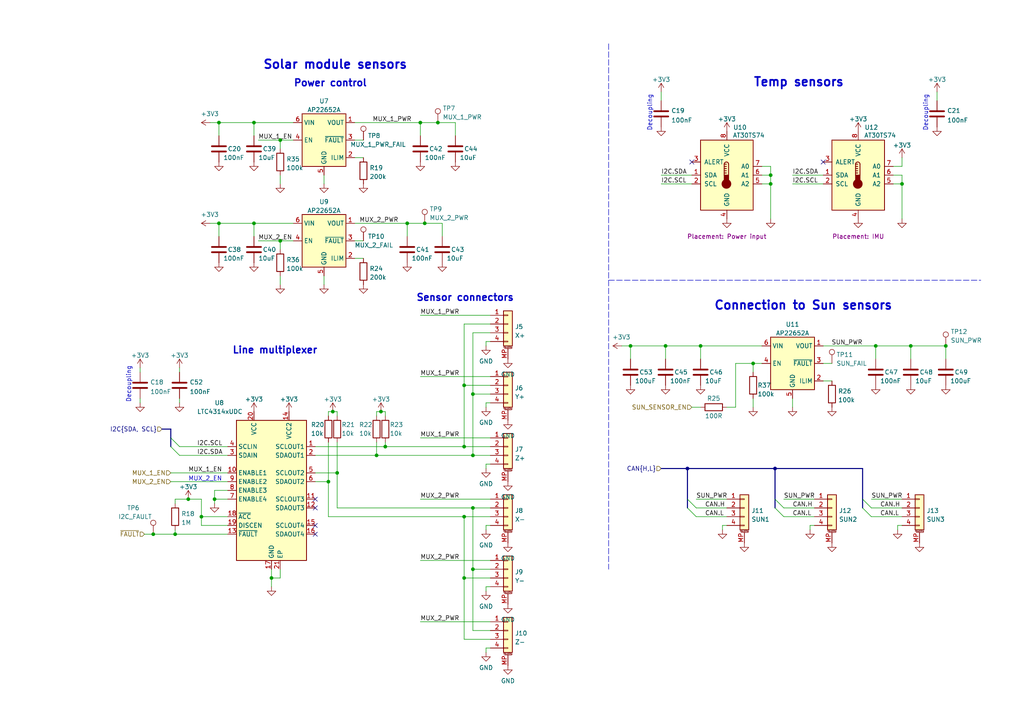
<source format=kicad_sch>
(kicad_sch (version 20211123) (generator eeschema)
  (paper "A4")
  (title_block (title "BUTCube - Flight controller") (date "2022-03-11") (rev "v1.0") (comment 1 "Author: Petr Malaník"))
  (lib_symbols
    (symbol "Connector:TestPoint" (pin_numbers hide) (pin_names (offset 0.762) hide)
      (property "Reference" "TP" (at 0 6.858 0))
      (property "Value" "TestPoint" (at 0 5.08 0))
      (symbol "TestPoint_0_1"
        (circle (center 0 3.302) (radius 0.762))
      )
      (symbol "TestPoint_1_1"
        (pin passive line (at 0 0 90) (length 2.54) (name "1") (number "1"))
      )
    )
    (symbol "Connector_Generic_MountingPin:Conn_01x04_MountingPin" (pin_names (offset 1.016) hide)
      (property "Reference" "J" (at 0 5.08 0))
      (property "Value" "Conn_01x04_MountingPin" (at 1.27 -7.62 0))
      (symbol "Conn_01x04_MountingPin_1_1"
        (rectangle (start -1.27 -4.953) (end 0 -5.207) (stroke (width 0.1524)))
        (rectangle (start -1.27 -2.413) (end 0 -2.667) (stroke (width 0.1524)))
        (rectangle (start -1.27 0.127) (end 0 -0.127) (stroke (width 0.1524)))
        (rectangle (start -1.27 2.667) (end 0 2.413) (stroke (width 0.1524)))
        (rectangle (start -1.27 3.81) (end 1.27 -6.35) (stroke (width 0.254)) (fill (type background)))
        (polyline (pts (xy -1.016 -7.112) (xy 1.016 -7.112)) (stroke (width 0.1524)))
        (text "Mounting" (at 0 -6.731 0) (effects (font (size 0.381 0.381))))
        (pin passive line (at -5.08 2.54 0) (length 3.81) (name "Pin_1") (number "1"))
        (pin passive line (at -5.08 0 0) (length 3.81) (name "Pin_2") (number "2"))
        (pin passive line (at -5.08 -2.54 0) (length 3.81) (name "Pin_3") (number "3"))
        (pin passive line (at -5.08 -5.08 0) (length 3.81) (name "Pin_4") (number "4"))
        (pin passive line (at 0 -10.16 90) (length 3.048) (name "MountPin") (number "MP"))
      )
    )
    (symbol "Device:C" (pin_numbers hide) (pin_names (offset 0.254))
      (property "Reference" "C" (at 0.635 2.54 0))
      (property "Value" "C" (at 0.635 -2.54 0))
      (symbol "C_0_1"
        (polyline (pts (xy -2.032 -0.762) (xy 2.032 -0.762)) (stroke (width 0.508)))
        (polyline (pts (xy -2.032 0.762) (xy 2.032 0.762)) (stroke (width 0.508)))
      )
      (symbol "C_1_1"
        (pin passive line (at 0 3.81 270) (length 2.794) (name "~") (number "1"))
        (pin passive line (at 0 -3.81 90) (length 2.794) (name "~") (number "2"))
      )
    )
    (symbol "Device:R" (pin_numbers hide) (pin_names (offset 0))
      (property "Reference" "R" (at 2.032 0 90))
      (property "Value" "R" (at 0 0 90))
      (symbol "R_0_1"
        (rectangle (start -1.016 -2.54) (end 1.016 2.54) (stroke (width 0.254)))
      )
      (symbol "R_1_1"
        (pin passive line (at 0 3.81 270) (length 1.27) (name "~") (number "1"))
        (pin passive line (at 0 -3.81 90) (length 1.27) (name "~") (number "2"))
      )
    )
    (symbol "Interface_Expansion:LTC4314xUDC"
      (property "Reference" "U" (at -8.89 21.59 0))
      (property "Value" "LTC4314xUDC" (at 11.43 -20.32 0))
      (symbol "LTC4314xUDC_0_0"
        (pin bidirectional line (at 12.7 12.7 180) (length 2.54) (name "SCLOUT1") (number "1"))
      )
      (symbol "LTC4314xUDC_0_1"
        (rectangle (start -10.16 20.32) (end 10.16 -20.32) (stroke (width 0.254)) (fill (type background)))
      )
      (symbol "LTC4314xUDC_1_1"
        (pin input line (at -12.7 5.08 0) (length 2.54) (name "ENABLE1") (number "10"))
        (pin bidirectional line (at 12.7 -2.54 180) (length 2.54) (name "SCLOUT3") (number "11"))
        (pin bidirectional line (at 12.7 -5.08 180) (length 2.54) (name "SDAOUT3") (number "12"))
        (pin open_collector line (at -12.7 -12.7 0) (length 2.54) (name "~{FAULT}") (number "13"))
        (pin power_in line (at 5.08 22.86 270) (length 2.54) (name "VCC2") (number "14"))
        (pin bidirectional line (at 12.7 -10.16 180) (length 2.54) (name "SCLOUT4") (number "15"))
        (pin bidirectional line (at 12.7 -12.7 180) (length 2.54) (name "SDAOUT4") (number "16"))
        (pin power_in line (at 0 -22.86 90) (length 2.54) (name "GND") (number "17"))
        (pin input line (at -12.7 -7.62 0) (length 2.54) (name "~{ACC}") (number "18"))
        (pin input line (at -12.7 -10.16 0) (length 2.54) (name "DISCEN") (number "19"))
        (pin bidirectional line (at 12.7 10.16 180) (length 2.54) (name "SDAOUT1") (number "2"))
        (pin power_in line (at -5.08 22.86 270) (length 2.54) (name "VCC") (number "20"))
        (pin passive line (at 2.54 -22.86 90) (length 2.54) (name "EP") (number "21"))
        (pin bidirectional line (at -12.7 10.16 0) (length 2.54) (name "SDAIN") (number "3"))
        (pin bidirectional line (at -12.7 12.7 0) (length 2.54) (name "SCLIN") (number "4"))
        (pin bidirectional line (at 12.7 5.08 180) (length 2.54) (name "SCLOUT2") (number "5"))
        (pin bidirectional line (at 12.7 2.54 180) (length 2.54) (name "SDAOUT2") (number "6"))
        (pin input line (at -12.7 -2.54 0) (length 2.54) (name "ENABLE4") (number "7"))
        (pin input line (at -12.7 0 0) (length 2.54) (name "ENABLE3") (number "8"))
        (pin input line (at -12.7 2.54 0) (length 2.54) (name "ENABLE2") (number "9"))
      )
    )
    (symbol "TCY_power_management:AP22653"
      (property "Reference" "U" (at 8.89 7.62 0))
      (property "Value" "AP22653" (at 0 7.62 0))
      (symbol "AP22653_0_1"
        (rectangle (start -6.35 5.08) (end 6.35 -10.16) (stroke (width 0.254)) (fill (type background)))
      )
      (symbol "AP22653_1_1"
        (pin power_out line (at 8.89 2.54 180) (length 2.54) (name "VOUT") (number "1"))
        (pin passive line (at 8.89 -7.62 180) (length 2.54) (name "ILIM") (number "2"))
        (pin output line (at 8.89 -2.54 180) (length 2.54) (name "~{FAULT}") (number "3"))
        (pin input line (at -8.89 -2.54 0) (length 2.54) (name "EN") (number "4"))
        (pin passive line (at 0 -12.7 90) (length 2.54) (name "GND") (number "5"))
        (pin power_in line (at -8.89 2.54 0) (length 2.54) (name "VIN") (number "6"))
        (pin passive line (at 0 -12.7 90) (length 2.54) hide (name "E_PAD") (number "7"))
      )
    )
    (symbol "TCY_sensors:AT30TS74" (pin_names (offset 1.016))
      (property "Reference" "U" (at -6.35 11.43 0))
      (property "Value" "AT30TS74" (at 0 11.43 0))
      (symbol "AT30TS74_0_1"
        (rectangle (start -7.62 10.16) (end 7.62 -10.16) (stroke (width 0.254)) (fill (type background)))
        (circle (center -0.127 -2.54) (radius 1.27) (stroke (width 0.254)) (fill (type outline)))
        (polyline (pts (xy -0.762 0.635) (xy -0.127 0.635)) (stroke (width 0.254)))
        (polyline (pts (xy -0.762 1.27) (xy -0.127 1.27)) (stroke (width 0.254)))
        (polyline (pts (xy -0.762 1.905) (xy -0.127 1.905)) (stroke (width 0.254)))
        (polyline (pts (xy -0.762 2.54) (xy -0.127 2.54)) (stroke (width 0.254)))
        (polyline (pts (xy -0.762 3.175) (xy -0.762 0)) (stroke (width 0.254)))
        (polyline (pts (xy -0.762 3.175) (xy -0.127 3.175)) (stroke (width 0.254)))
        (polyline (pts (xy 0.508 3.175) (xy 0.508 0)) (stroke (width 0.254)))
        (rectangle (start 0.508 -1.905) (end -0.762 0) (stroke (width 0.254)) (fill (type outline)))
        (arc (start 0.508 3.175) (mid -0.127 3.81) (end -0.762 3.175) (stroke (width 0.254)))
      )
      (symbol "AT30TS74_1_1"
        (pin bidirectional line (at -10.16 0 0) (length 2.54) (name "SDA") (number "1"))
        (pin input line (at -10.16 -2.54 0) (length 2.54) (name "SCL") (number "2"))
        (pin open_collector line (at -10.16 3.81 0) (length 2.54) (name "ALERT") (number "3"))
        (pin power_in line (at 0 -12.7 90) (length 2.54) (name "GND") (number "4"))
        (pin input line (at 10.16 -2.54 180) (length 2.54) (name "A2") (number "5"))
        (pin input line (at 10.16 0 180) (length 2.54) (name "A1") (number "6"))
        (pin input line (at 10.16 2.54 180) (length 2.54) (name "A0") (number "7"))
        (pin power_in line (at 0 12.7 270) (length 2.54) (name "VCC") (number "8"))
        (pin power_in line (at 0 -12.7 90) (length 2.54) hide (name "GND") (number "9"))
      )
    )
    (symbol "power:+3.3V" (power) (pin_names (offset 0))
      (property "Value" "+3.3V" (at 0 3.556 0))
      (symbol "+3.3V_0_1"
        (polyline (pts (xy -0.762 1.27) (xy 0 2.54)))
        (polyline (pts (xy 0 0) (xy 0 2.54)))
        (polyline (pts (xy 0 2.54) (xy 0.762 1.27)))
      )
      (symbol "+3.3V_1_1"
        (pin power_in line (at 0 0 90) (length 0) hide (name "+3V3") (number "1"))
      )
    )
    (symbol "power:+3V3" (power) (pin_names (offset 0))
      (property "Value" "+3V3" (at 0 3.556 0))
      (symbol "+3V3_0_1"
        (polyline (pts (xy -0.762 1.27) (xy 0 2.54)))
        (polyline (pts (xy 0 0) (xy 0 2.54)))
        (polyline (pts (xy 0 2.54) (xy 0.762 1.27)))
      )
      (symbol "+3V3_1_1"
        (pin power_in line (at 0 0 90) (length 0) hide (name "+3V3") (number "1"))
      )
    )
    (symbol "power:GND" (power) (pin_names (offset 0))
      (property "Value" "GND" (at 0 -3.81 0))
      (symbol "GND_0_1"
        (polyline (pts (xy 0 0) (xy 0 -1.27) (xy 1.27 -1.27) (xy 0 -2.54) (xy -1.27 -1.27) (xy 0 -1.27)))
      )
      (symbol "GND_1_1"
        (pin power_in line (at 0 0 270) (length 0) hide (name "GND") (number "1"))
      )
    )
  )
  (junction (at 264.16 100.33))
  (junction (at 96.52 119.38))
  (junction (at 78.74 167.64))
  (junction (at 127 35.56))
  (junction (at 44.45 154.94))
  (junction (at 137.16 165.1))
  (junction (at 81.28 69.85))
  (junction (at 137.16 114.3))
  (junction (at 110.49 119.38))
  (junction (at 81.28 40.64))
  (junction (at 123.19 64.77))
  (junction (at 111.76 129.54))
  (junction (at 134.62 129.54))
  (junction (at 63.5 64.77))
  (junction (at 203.2 100.33))
  (junction (at 118.11 64.77))
  (junction (at 97.79 137.16))
  (junction (at 218.44 105.41))
  (junction (at 63.5 35.56))
  (junction (at 199.39 135.89))
  (junction (at 54.61 144.78))
  (junction (at 261.62 53.34))
  (junction (at 254 100.33))
  (junction (at 73.66 35.56))
  (junction (at 73.66 64.77))
  (junction (at 224.79 135.89))
  (junction (at 62.23 144.78))
  (junction (at 134.62 111.76))
  (junction (at 193.04 100.33))
  (junction (at 109.22 132.08))
  (junction (at 137.16 147.32))
  (junction (at 223.52 53.34))
  (junction (at 121.92 35.56))
  (junction (at 50.8 154.94))
  (junction (at 95.25 139.7))
  (junction (at 134.62 149.86))
  (junction (at 274.32 100.33))
  (junction (at 58.42 149.86))
  (junction (at 137.16 132.08))
  (junction (at 182.88 100.33))
  (junction (at 223.52 50.8))
  (junction (at 134.62 167.64))
  (no_connect (at 91.44 147.32))
  (no_connect (at 91.44 152.4))
  (no_connect (at 91.44 144.78))
  (no_connect (at 200.66 46.99))
  (no_connect (at 91.44 154.94))
  (no_connect (at 238.76 46.99))
  (bus_entry (at 49.53 127) (size 2.54 2.54))
  (bus_entry (at 224.79 147.32) (size 2.54 2.54))
  (bus_entry (at 250.19 144.78) (size 2.54 2.54))
  (bus_entry (at 49.53 129.54) (size 2.54 2.54))
  (bus_entry (at 199.39 147.32) (size 2.54 2.54))
  (bus_entry (at 250.19 147.32) (size 2.54 2.54))
  (bus_entry (at 224.79 144.78) (size 2.54 2.54))
  (bus_entry (at 199.39 144.78) (size 2.54 2.54))
  (wire (pts (xy 218.44 105.41) (xy 220.98 105.41)))
  (wire (pts (xy 201.93 147.32) (xy 210.82 147.32)))
  (wire (pts (xy 41.91 154.94) (xy 44.45 154.94)))
  (wire (pts (xy 123.19 64.77) (xy 118.11 64.77)))
  (wire (pts (xy 111.76 119.38) (xy 110.49 119.38)))
  (wire (pts (xy 218.44 105.41) (xy 218.44 107.95)))
  (wire (pts (xy 238.76 105.41) (xy 241.3 105.41)))
  (wire (pts (xy 140.97 99.06) (xy 142.24 99.06)))
  (wire (pts (xy 140.97 152.4) (xy 142.24 152.4)))
  (wire (pts (xy 109.22 132.08) (xy 137.16 132.08)))
  (wire (pts (xy 49.53 139.7) (xy 66.04 139.7)))
  (wire (pts (xy 254 100.33) (xy 254 104.14)))
  (wire (pts (xy 102.87 35.56) (xy 121.92 35.56)))
  (wire (pts (xy 74.93 69.85) (xy 81.28 69.85)))
  (wire (pts (xy 137.16 132.08) (xy 142.24 132.08)))
  (wire (pts (xy 213.36 118.11) (xy 213.36 105.41)))
  (wire (pts (xy 261.62 53.34) (xy 261.62 50.8)))
  (wire (pts (xy 121.92 35.56) (xy 121.92 39.37)))
  (wire (pts (xy 62.23 144.78) (xy 62.23 146.05)))
  (wire (pts (xy 209.55 152.4) (xy 210.82 152.4)))
  (wire (pts (xy 97.79 147.32) (xy 97.79 137.16)))
  (wire (pts (xy 102.87 45.72) (xy 105.41 45.72)))
  (wire (pts (xy 63.5 35.56) (xy 63.5 39.37)))
  (wire (pts (xy 210.82 118.11) (xy 213.36 118.11)))
  (wire (pts (xy 95.25 120.65) (xy 95.25 119.38)))
  (wire (pts (xy 121.92 144.78) (xy 142.24 144.78)))
  (wire (pts (xy 261.62 53.34) (xy 261.62 63.5)))
  (bus (pts (xy 46.99 124.46) (xy 49.53 124.46)))
  (wire (pts (xy 102.87 74.93) (xy 105.41 74.93)))
  (wire (pts (xy 259.08 53.34) (xy 261.62 53.34)))
  (wire (pts (xy 238.76 100.33) (xy 254 100.33)))
  (wire (pts (xy 180.34 100.33) (xy 182.88 100.33)))
  (wire (pts (xy 252.73 149.86) (xy 261.62 149.86)))
  (wire (pts (xy 134.62 185.42) (xy 142.24 185.42)))
  (wire (pts (xy 134.62 167.64) (xy 142.24 167.64)))
  (wire (pts (xy 137.16 114.3) (xy 142.24 114.3)))
  (bus (pts (xy 250.19 144.78) (xy 250.19 147.32)))
  (wire (pts (xy 201.93 144.78) (xy 210.82 144.78)))
  (wire (pts (xy 58.42 152.4) (xy 58.42 149.86)))
  (wire (pts (xy 260.35 152.4) (xy 261.62 152.4)))
  (wire (pts (xy 109.22 120.65) (xy 109.22 119.38)))
  (wire (pts (xy 234.95 152.4) (xy 236.22 152.4)))
  (wire (pts (xy 52.07 129.54) (xy 66.04 129.54)))
  (wire (pts (xy 91.44 129.54) (xy 111.76 129.54)))
  (wire (pts (xy 111.76 128.27) (xy 111.76 129.54)))
  (polyline (pts (xy 176.53 12.7) (xy 176.53 165.1)))
  (wire (pts (xy 121.92 127) (xy 142.24 127)))
  (wire (pts (xy 140.97 170.18) (xy 142.24 170.18)))
  (wire (pts (xy 227.33 144.78) (xy 236.22 144.78)))
  (wire (pts (xy 95.25 119.38) (xy 96.52 119.38)))
  (wire (pts (xy 223.52 48.26) (xy 220.98 48.26)))
  (wire (pts (xy 227.33 149.86) (xy 236.22 149.86)))
  (wire (pts (xy 109.22 128.27) (xy 109.22 132.08)))
  (wire (pts (xy 73.66 39.37) (xy 73.66 35.56)))
  (wire (pts (xy 93.98 50.8) (xy 93.98 53.34)))
  (wire (pts (xy 63.5 35.56) (xy 73.66 35.56)))
  (wire (pts (xy 137.16 182.88) (xy 142.24 182.88)))
  (wire (pts (xy 137.16 114.3) (xy 137.16 132.08)))
  (wire (pts (xy 127 35.56) (xy 132.08 35.56)))
  (wire (pts (xy 121.92 91.44) (xy 142.24 91.44)))
  (wire (pts (xy 95.25 128.27) (xy 95.25 139.7)))
  (wire (pts (xy 73.66 68.58) (xy 73.66 64.77)))
  (wire (pts (xy 81.28 50.8) (xy 81.28 53.34)))
  (wire (pts (xy 134.62 93.98) (xy 142.24 93.98)))
  (wire (pts (xy 52.07 106.68) (xy 52.07 107.95)))
  (wire (pts (xy 63.5 64.77) (xy 73.66 64.77)))
  (wire (pts (xy 140.97 100.33) (xy 140.97 99.06)))
  (wire (pts (xy 66.04 152.4) (xy 58.42 152.4)))
  (bus (pts (xy 49.53 124.46) (xy 49.53 127)))
  (wire (pts (xy 91.44 137.16) (xy 97.79 137.16)))
  (wire (pts (xy 191.77 26.67) (xy 191.77 29.21)))
  (wire (pts (xy 137.16 147.32) (xy 97.79 147.32)))
  (wire (pts (xy 102.87 69.85) (xy 105.41 69.85)))
  (bus (pts (xy 224.79 135.89) (xy 224.79 144.78)))
  (wire (pts (xy 49.53 137.16) (xy 66.04 137.16)))
  (wire (pts (xy 40.64 106.68) (xy 40.64 107.95)))
  (wire (pts (xy 96.52 119.38) (xy 97.79 119.38)))
  (wire (pts (xy 134.62 149.86) (xy 95.25 149.86)))
  (wire (pts (xy 78.74 165.1) (xy 78.74 167.64)))
  (wire (pts (xy 73.66 64.77) (xy 85.09 64.77)))
  (bus (pts (xy 199.39 144.78) (xy 199.39 147.32)))
  (wire (pts (xy 200.66 53.34) (xy 191.77 53.34)))
  (wire (pts (xy 63.5 64.77) (xy 63.5 68.58)))
  (bus (pts (xy 199.39 135.89) (xy 224.79 135.89)))
  (wire (pts (xy 44.45 154.94) (xy 50.8 154.94)))
  (wire (pts (xy 102.87 64.77) (xy 118.11 64.77)))
  (wire (pts (xy 91.44 132.08) (xy 109.22 132.08)))
  (wire (pts (xy 50.8 144.78) (xy 54.61 144.78)))
  (wire (pts (xy 40.64 115.57) (xy 40.64 116.84)))
  (wire (pts (xy 261.62 45.72) (xy 261.62 48.26)))
  (wire (pts (xy 128.27 68.58) (xy 128.27 64.77)))
  (wire (pts (xy 193.04 100.33) (xy 203.2 100.33)))
  (wire (pts (xy 227.33 147.32) (xy 236.22 147.32)))
  (wire (pts (xy 140.97 134.62) (xy 142.24 134.62)))
  (wire (pts (xy 140.97 187.96) (xy 142.24 187.96)))
  (wire (pts (xy 95.25 149.86) (xy 95.25 139.7)))
  (bus (pts (xy 199.39 135.89) (xy 199.39 144.78)))
  (wire (pts (xy 254 100.33) (xy 264.16 100.33)))
  (wire (pts (xy 140.97 118.11) (xy 140.97 116.84)))
  (wire (pts (xy 97.79 128.27) (xy 97.79 137.16)))
  (wire (pts (xy 134.62 149.86) (xy 142.24 149.86)))
  (wire (pts (xy 213.36 105.41) (xy 218.44 105.41)))
  (wire (pts (xy 140.97 189.23) (xy 140.97 187.96)))
  (wire (pts (xy 93.98 80.01) (xy 93.98 82.55)))
  (wire (pts (xy 223.52 50.8) (xy 223.52 48.26)))
  (wire (pts (xy 123.19 64.77) (xy 128.27 64.77)))
  (wire (pts (xy 134.62 149.86) (xy 134.62 167.64)))
  (wire (pts (xy 201.93 149.86) (xy 210.82 149.86)))
  (wire (pts (xy 74.93 40.64) (xy 81.28 40.64)))
  (wire (pts (xy 134.62 111.76) (xy 134.62 129.54)))
  (wire (pts (xy 134.62 167.64) (xy 134.62 185.42)))
  (bus (pts (xy 250.19 135.89) (xy 250.19 144.78)))
  (wire (pts (xy 209.55 153.67) (xy 209.55 152.4)))
  (wire (pts (xy 78.74 167.64) (xy 78.74 170.18)))
  (wire (pts (xy 91.44 139.7) (xy 95.25 139.7)))
  (wire (pts (xy 238.76 50.8) (xy 229.87 50.8)))
  (wire (pts (xy 200.66 50.8) (xy 191.77 50.8)))
  (wire (pts (xy 62.23 142.24) (xy 62.23 144.78)))
  (wire (pts (xy 193.04 100.33) (xy 193.04 104.14)))
  (wire (pts (xy 52.07 132.08) (xy 66.04 132.08)))
  (wire (pts (xy 121.92 180.34) (xy 142.24 180.34)))
  (wire (pts (xy 97.79 119.38) (xy 97.79 120.65)))
  (wire (pts (xy 261.62 48.26) (xy 259.08 48.26)))
  (wire (pts (xy 218.44 115.57) (xy 218.44 118.11)))
  (wire (pts (xy 50.8 153.67) (xy 50.8 154.94)))
  (wire (pts (xy 109.22 119.38) (xy 110.49 119.38)))
  (wire (pts (xy 271.78 26.67) (xy 271.78 29.21)))
  (wire (pts (xy 62.23 144.78) (xy 66.04 144.78)))
  (wire (pts (xy 140.97 171.45) (xy 140.97 170.18)))
  (wire (pts (xy 121.92 35.56) (xy 127 35.56)))
  (wire (pts (xy 259.08 50.8) (xy 261.62 50.8)))
  (wire (pts (xy 182.88 104.14) (xy 182.88 100.33)))
  (wire (pts (xy 137.16 147.32) (xy 142.24 147.32)))
  (wire (pts (xy 264.16 104.14) (xy 264.16 100.33)))
  (wire (pts (xy 137.16 96.52) (xy 137.16 114.3)))
  (wire (pts (xy 81.28 167.64) (xy 78.74 167.64)))
  (wire (pts (xy 54.61 144.78) (xy 58.42 144.78)))
  (wire (pts (xy 58.42 144.78) (xy 58.42 149.86)))
  (wire (pts (xy 111.76 129.54) (xy 134.62 129.54)))
  (wire (pts (xy 238.76 53.34) (xy 229.87 53.34)))
  (wire (pts (xy 140.97 116.84) (xy 142.24 116.84)))
  (wire (pts (xy 132.08 39.37) (xy 132.08 35.56)))
  (wire (pts (xy 60.96 64.77) (xy 63.5 64.77)))
  (wire (pts (xy 223.52 53.34) (xy 223.52 63.5)))
  (wire (pts (xy 137.16 165.1) (xy 142.24 165.1)))
  (bus (pts (xy 224.79 135.89) (xy 250.19 135.89)))
  (wire (pts (xy 229.87 115.57) (xy 229.87 118.11)))
  (polyline (pts (xy 176.53 81.28) (xy 284.48 81.28)))
  (wire (pts (xy 260.35 153.67) (xy 260.35 152.4)))
  (wire (pts (xy 102.87 40.64) (xy 105.41 40.64)))
  (wire (pts (xy 81.28 40.64) (xy 85.09 40.64)))
  (wire (pts (xy 52.07 115.57) (xy 52.07 116.84)))
  (wire (pts (xy 238.76 110.49) (xy 241.3 110.49)))
  (wire (pts (xy 121.92 162.56) (xy 142.24 162.56)))
  (wire (pts (xy 118.11 64.77) (xy 118.11 68.58)))
  (wire (pts (xy 252.73 147.32) (xy 261.62 147.32)))
  (wire (pts (xy 140.97 135.89) (xy 140.97 134.62)))
  (wire (pts (xy 50.8 146.05) (xy 50.8 144.78)))
  (wire (pts (xy 73.66 35.56) (xy 85.09 35.56)))
  (wire (pts (xy 81.28 165.1) (xy 81.28 167.64)))
  (wire (pts (xy 66.04 149.86) (xy 58.42 149.86)))
  (wire (pts (xy 182.88 100.33) (xy 193.04 100.33)))
  (wire (pts (xy 81.28 69.85) (xy 81.28 72.39)))
  (wire (pts (xy 134.62 93.98) (xy 134.62 111.76)))
  (bus (pts (xy 191.77 135.89) (xy 199.39 135.89)))
  (wire (pts (xy 203.2 100.33) (xy 220.98 100.33)))
  (wire (pts (xy 140.97 153.67) (xy 140.97 152.4)))
  (wire (pts (xy 137.16 165.1) (xy 137.16 147.32)))
  (wire (pts (xy 134.62 111.76) (xy 142.24 111.76)))
  (wire (pts (xy 50.8 154.94) (xy 66.04 154.94)))
  (wire (pts (xy 252.73 144.78) (xy 261.62 144.78)))
  (wire (pts (xy 234.95 153.67) (xy 234.95 152.4)))
  (wire (pts (xy 81.28 69.85) (xy 85.09 69.85)))
  (bus (pts (xy 224.79 144.78) (xy 224.79 147.32)))
  (wire (pts (xy 220.98 53.34) (xy 223.52 53.34)))
  (wire (pts (xy 223.52 53.34) (xy 223.52 50.8)))
  (wire (pts (xy 203.2 104.14) (xy 203.2 100.33)))
  (wire (pts (xy 66.04 142.24) (xy 62.23 142.24)))
  (wire (pts (xy 60.96 35.56) (xy 63.5 35.56)))
  (wire (pts (xy 200.66 118.11) (xy 203.2 118.11)))
  (wire (pts (xy 111.76 120.65) (xy 111.76 119.38)))
  (wire (pts (xy 137.16 96.52) (xy 142.24 96.52)))
  (wire (pts (xy 134.62 129.54) (xy 142.24 129.54)))
  (wire (pts (xy 264.16 100.33) (xy 274.32 100.33)))
  (wire (pts (xy 81.28 80.01) (xy 81.28 82.55)))
  (wire (pts (xy 274.32 104.14) (xy 274.32 100.33)))
  (wire (pts (xy 137.16 182.88) (xy 137.16 165.1)))
  (wire (pts (xy 81.28 40.64) (xy 81.28 43.18)))
  (wire (pts (xy 121.92 109.22) (xy 142.24 109.22)))
  (wire (pts (xy 220.98 50.8) (xy 223.52 50.8)))
  (bus (pts (xy 49.53 127) (xy 49.53 129.54)))
  (text "Decoupling" (at 38.1 116.84 90) (effects (font (size 1.27 1.27)) (justify left bottom)))
  (text "Sensor connectors" (at 120.65 87.63 0) (effects (font (size 2 2) (thickness 0.4) bold) (justify left bottom)))
  (text "Connection to Sun sensors" (at 207.01 90.17 0) (effects (font (size 2.5 2.5) (thickness 0.5) bold) (justify left bottom)))
  (text "Decoupling" (at 269.24 38.1 90) (effects (font (size 1.27 1.27)) (justify left bottom)))
  (text "MUX_2_EN" (at 54.61 139.7 0) (effects (font (size 1.27 1.27)) (justify left bottom)))
  (text "Power control" (at 85.09 25.4 0) (effects (font (size 2 2) bold) (justify left bottom)))
  (text "Line multiplexer" (at 67.31 102.87 0) (effects (font (size 2 2) bold) (justify left bottom)))
  (text "Decoupling" (at 189.23 38.1 90) (effects (font (size 1.27 1.27)) (justify left bottom)))
  (text "Temp sensors" (at 218.44 25.4 0) (effects (font (size 2.5 2.5) (thickness 0.5) bold) (justify left bottom)))
  (text "Solar module sensors" (at 76.2 20.32 0) (effects (font (size 2.5 2.5) (thickness 0.5) bold) (justify left bottom)))
  (label "MUX_2_PWR" (at 121.92 180.34 0))
  (label "MUX_1_PWR" (at 121.92 109.22 0))
  (label "MUX_2_EN" (at 74.93 69.85 0))
  (label "MUX_1_PWR" (at 119.38 35.56 180))
  (label "SUN_PWR" (at 227.33 144.78 0))
  (label "MUX_2_PWR" (at 121.92 162.56 0))
  (label "MUX_1_PWR" (at 121.92 91.44 0))
  (label "CAN.H" (at 229.87 147.32 0))
  (label "CAN.L" (at 204.47 149.86 0))
  (label "CAN.H" (at 204.47 147.32 0))
  (label "CAN.L" (at 229.87 149.86 0))
  (label "SUN_PWR" (at 250.19 100.33 180))
  (label "I2C.SDA" (at 57.15 132.08 0))
  (label "I2C.SCL" (at 191.77 53.34 0))
  (label "MUX_1_EN" (at 54.61 137.16 0))
  (label "I2C.SCL" (at 229.87 53.34 0))
  (label "MUX_1_PWR" (at 121.92 127 0))
  (label "SUN_PWR" (at 252.73 144.78 0))
  (label "I2C.SCL" (at 57.15 129.54 0))
  (label "MUX_1_EN" (at 74.93 40.64 0))
  (label "CAN.H" (at 255.27 147.32 0))
  (label "I2C.SDA" (at 191.77 50.8 0))
  (label "I2C.SDA" (at 229.87 50.8 0))
  (label "CAN.L" (at 255.27 149.86 0))
  (label "MUX_2_PWR" (at 121.92 144.78 0))
  (label "MUX_2_PWR" (at 115.57 64.77 180))
  (label "SUN_PWR" (at 201.93 144.78 0))
  (hierarchical_label "CAN{H,L}" (shape input) (at 191.77 135.89 180))
  (hierarchical_label "MUX_2_EN" (shape input) (at 49.53 139.7 180))
  (hierarchical_label "MUX_1_EN" (shape input) (at 49.53 137.16 180))
  (hierarchical_label "~{FAULT}" (shape input) (at 41.91 154.94 180))
  (hierarchical_label "SUN_SENSOR_EN" (shape input) (at 200.66 118.11 180))
  (hierarchical_label "I2C{SDA, SCL}" (shape input) (at 46.99 124.46 180))
  (symbol (lib_id "power:GND") (at 140.97 189.23 0) (unit 1)
    (property "Reference" "#PWR070" (effects hide))
    (property "Value" "~" (at 140.97 193.6734 0))
  )
  (symbol (lib_id "power:GND") (at 78.74 170.18 0) (unit 1)
    (property "Reference" "#PWR058" (effects hide))
  )
  (symbol (lib_id "power:+3V3") (at 248.92 38.1 0) (unit 1)
    (property "Reference" "#PWR089" (effects hide))
    (property "Value" "+3V3" (at 248.92 34.5242 0))
  )
  (symbol (lib_id "power:GND") (at 128.27 76.2 0) (unit 1)
    (property "Reference" "#PWR0167" (effects hide))
    (property "Value" "GND" (effects hide))
  )
  (symbol (lib_id "Device:R") (at 111.76 124.46 0) (unit 1)
    (property "Reference" "R23" (at 113.03 123.19 0) (effects (justify left)))
    (property "Value" "10k" (at 113.03 125.73 0) (effects (justify left)))
    (property "Footprint" "TCY_passives:R_0603_1608Metric" (effects hide))
  )
  (symbol (lib_id "Connector_Generic_MountingPin:Conn_01x04_MountingPin") (at 147.32 93.98 0) (unit 1)
    (property "Reference" "J5" (at 149.352 94.7709 0) (effects (justify left)))
    (property "Value" "X+" (at 149.352 97.3078 0) (effects (justify left)))
    (property "Footprint" "TCY_connectors:Amphenol_10114830-11104LF_1x04_P1.25mm_Horizontal" (effects hide))
  )
  (symbol (lib_id "Connector:TestPoint") (at 44.45 154.94 0) (unit 1)
    (property "Reference" "TP6" (at 36.83 147.32 0) (effects (justify left)))
    (property "Value" "I2C_FAULT" (at 34.29 149.86 0) (effects (justify left)))
    (property "Footprint" "TCY_connectors:TestPoint_Pad_D0.5mm" (effects hide))
  )
  (symbol (lib_id "Device:C") (at 271.78 33.02 0) (unit 1)
    (property "Reference" "C21" (at 274.7011 32.1115 0) (effects (justify left)))
    (property "Value" "100nF" (at 274.7011 34.8866 0) (effects (justify left)))
    (property "Footprint" "TCY_passives:C_0603_1608Metric" (effects hide))
  )
  (symbol (lib_id "power:GND") (at 264.16 111.76 0) (unit 1)
    (property "Reference" "#PWR0172" (effects hide))
    (property "Value" "GND" (effects hide))
  )
  (symbol (lib_id "Device:C") (at 203.2 107.95 0) (unit 1)
    (property "Reference" "C46" (at 205.74 107.95 0) (effects (justify left)))
    (property "Value" "10uF" (at 204.47 110.49 0) (effects (justify left)))
    (property "Footprint" "TCY_passives:C_0805_2012Metric" (effects hide))
  )
  (symbol (lib_id "power:GND") (at 229.87 118.11 0) (unit 1)
    (property "Reference" "#PWR085" (effects hide))
    (property "Value" "GND" (effects hide))
  )
  (symbol (lib_id "TCY_power_management:AP22653") (at 93.98 38.1 0) (unit 1)
    (property "Reference" "U7" (at 93.98 29.3202 0))
    (property "Value" "AP22652A" (at 93.98 31.8571 0))
    (property "Footprint" "Package_DFN_QFN:DFN-6-1EP_2x2mm_P0.65mm_EP1x1.6mm" (effects hide))
    (property "Datasheet" "https://www.diodes.com/assets/Datasheets/AP22652_53_52A_53A.pdf" (effects hide))
  )
  (symbol (lib_id "Connector:TestPoint") (at 123.19 64.77 0) (unit 1)
    (property "Reference" "TP9" (at 124.587 60.6333 0) (effects (justify left)))
    (property "Value" "MUX_2_PWR" (at 124.587 63.1702 0) (effects (justify left)))
    (property "Footprint" "TCY_connectors:TestPoint_Pad_D0.5mm" (effects hide))
  )
  (symbol (lib_id "power:+3V3") (at 210.82 38.1 0) (unit 1)
    (property "Reference" "#PWR081" (effects hide))
    (property "Value" "+3V3" (at 210.82 34.5242 0))
  )
  (symbol (lib_id "power:+3V3") (at 261.62 45.72 0) (unit 1)
    (property "Reference" "#PWR093" (effects hide))
    (property "Value" "+3V3" (at 261.62 42.1442 0))
  )
  (symbol (lib_id "Device:C") (at 118.11 72.39 0) (unit 1)
    (property "Reference" "C41" (at 120.65 72.39 0) (effects (justify left)))
    (property "Value" "100nF" (at 119.38 74.93 0) (effects (justify left)))
    (property "Footprint" "TCY_passives:C_0603_1608Metric" (effects hide))
  )
  (symbol (lib_id "TCY_power_management:AP22653") (at 93.98 67.31 0) (unit 1)
    (property "Reference" "U9" (at 93.98 58.5302 0))
    (property "Value" "AP22652A" (at 93.98 61.0671 0))
    (property "Footprint" "Package_DFN_QFN:DFN-6-1EP_2x2mm_P0.65mm_EP1x1.6mm" (effects hide))
    (property "Datasheet" "https://www.diodes.com/assets/Datasheets/AP22652_53_52A_53A.pdf" (effects hide))
  )
  (symbol (lib_id "power:GND") (at 260.35 153.67 0) (unit 1)
    (property "Reference" "#PWR092" (effects hide))
    (property "Value" "GND" (effects hide))
  )
  (symbol (lib_id "Device:C") (at 63.5 43.18 0) (unit 1)
    (property "Reference" "C20" (at 66.04 43.18 0) (effects (justify left)))
    (property "Value" "100nF" (at 64.77 45.72 0) (effects (justify left)))
    (property "Footprint" "TCY_passives:C_0603_1608Metric" (effects hide))
  )
  (symbol (lib_id "Connector_Generic_MountingPin:Conn_01x04_MountingPin") (at 266.7 147.32 0) (unit 1)
    (property "Reference" "J13" (at 268.732 148.1109 0) (effects (justify left)))
    (property "Value" "SUN3" (at 268.732 150.6478 0) (effects (justify left)))
    (property "Footprint" "TCY_connectors:Amphenol_10114830-11104LF_1x04_P1.25mm_Horizontal" (effects hide))
  )
  (symbol (lib_id "power:GND") (at 147.32 175.26 0) (unit 1)
    (property "Reference" "#PWR075" (effects hide))
    (property "Value" "~" (at 147.32 179.7034 0))
  )
  (symbol (lib_id "Device:R") (at 50.8 149.86 0) (unit 1)
    (property "Reference" "R18" (at 52.578 149.0253 0) (effects (justify left)))
    (property "Value" "1M" (at 52.578 151.5622 0) (effects (justify left)))
    (property "Footprint" "TCY_passives:R_0603_1608Metric" (effects hide))
  )
  (symbol (lib_id "power:GND") (at 81.28 53.34 0) (unit 1)
    (property "Reference" "#PWR0177" (effects hide))
    (property "Value" "GND" (effects hide))
  )
  (symbol (lib_id "Interface_Expansion:LTC4314xUDC") (at 78.74 142.24 0) (unit 1)
    (property "Reference" "U8" (at 62.23 116.84 0) (effects (justify left)))
    (property "Value" "LTC4314xUDC" (at 57.15 119.38 0) (effects (justify left)))
    (property "Footprint" "Package_DFN_QFN:QFN-20-1EP_3x4mm_P0.5mm_EP1.65x2.65mm" (effects hide))
    (property "Datasheet" "https://www.analog.com/media/en/technical-documentation/data-sheets/4314f.pdf" (effects hide))
  )
  (symbol (lib_id "Device:C") (at 52.07 111.76 0) (unit 1)
    (property "Reference" "C52" (at 54.9911 110.8515 0) (effects (justify left)))
    (property "Value" "100nF" (at 54.9911 113.6266 0) (effects (justify left)))
    (property "Footprint" "TCY_passives:C_0603_1608Metric" (effects hide))
  )
  (symbol (lib_id "power:GND") (at 274.32 111.76 0) (unit 1)
    (property "Reference" "#PWR0173" (effects hide))
    (property "Value" "GND" (effects hide))
  )
  (symbol (lib_id "Device:R") (at 97.79 124.46 0) (unit 1)
    (property "Reference" "R21" (at 99.06 123.19 0) (effects (justify left)))
    (property "Value" "10k" (at 99.06 125.73 0) (effects (justify left)))
    (property "Footprint" "TCY_passives:R_0603_1608Metric" (effects hide))
  )
  (symbol (lib_id "power:+3.3V") (at 110.49 119.38 0) (unit 1)
    (property "Reference" "#PWR062" (effects hide))
    (property "Value" "+3.3V" (at 110.49 115.8042 0))
  )
  (symbol (lib_id "TCY_sensors:AT30TS74") (at 210.82 50.8 0) (unit 1)
    (property "Reference" "U10" (at 214.63 36.9528 0))
    (property "Value" "AT30TS74" (at 217.17 39.2515 0))
    (property "Footprint" "Package_DFN_QFN:DFN-8-1EP_3x2mm_P0.5mm_EP1.3x1.5mm" (effects hide))
    (property "Datasheet" "http://ww1.microchip.com/downloads/en/DeviceDoc/Web_AT30TS74_0217.pdf" (effects hide))
    (property "Placement" "Placement: Power input" (at 210.82 68.58 0))
  )
  (symbol (lib_id "Connector_Generic_MountingPin:Conn_01x04_MountingPin") (at 147.32 147.32 0) (unit 1)
    (property "Reference" "J8" (at 149.352 148.1109 0) (effects (justify left)))
    (property "Value" "X-" (at 149.352 150.6478 0) (effects (justify left)))
    (property "Footprint" "TCY_connectors:Amphenol_10114830-11104LF_1x04_P1.25mm_Horizontal" (effects hide))
  )
  (symbol (lib_id "Device:R") (at 81.28 46.99 0) (unit 1)
    (property "Reference" "R35" (at 83.058 46.1553 0) (effects (justify left)))
    (property "Value" "100k" (at 83.058 48.6922 0) (effects (justify left)))
    (property "Footprint" "TCY_passives:R_0603_1608Metric" (effects hide))
  )
  (symbol (lib_id "TCY_power_management:AP22653") (at 229.87 102.87 0) (unit 1)
    (property "Reference" "U11" (at 229.87 94.0902 0))
    (property "Value" "AP22652A" (at 229.87 96.6271 0))
    (property "Footprint" "Package_DFN_QFN:DFN-6-1EP_2x2mm_P0.65mm_EP1x1.6mm" (effects hide))
    (property "Datasheet" "https://www.diodes.com/assets/Datasheets/AP22652_53_52A_53A.pdf" (effects hide))
  )
  (symbol (lib_id "power:GND") (at 193.04 111.76 0) (unit 1)
    (property "Reference" "#PWR0169" (effects hide))
    (property "Value" "GND" (effects hide))
  )
  (symbol (lib_id "power:GND") (at 63.5 76.2 0) (unit 1)
    (property "Reference" "#PWR0162" (effects hide))
    (property "Value" "GND" (effects hide))
  )
  (symbol (lib_id "power:GND") (at 105.41 53.34 0) (unit 1)
    (property "Reference" "#PWR056" (effects hide))
    (property "Value" "GND" (effects hide))
  )
  (symbol (lib_id "power:GND") (at 105.41 82.55 0) (unit 1)
    (property "Reference" "#PWR064" (effects hide))
    (property "Value" "GND" (effects hide))
  )
  (symbol (lib_id "power:+3.3V") (at 191.77 26.67 0) (unit 1)
    (property "Reference" "#PWR077" (effects hide))
    (property "Value" "+3.3V" (at 191.77 23.0655 0))
  )
  (symbol (lib_id "power:+3.3V") (at 96.52 119.38 0) (unit 1)
    (property "Reference" "#PWR060" (effects hide))
    (property "Value" "+3.3V" (at 96.52 115.8042 0))
  )
  (symbol (lib_id "power:GND") (at 241.3 118.11 0) (unit 1)
    (property "Reference" "#PWR087" (effects hide))
    (property "Value" "GND" (effects hide))
  )
  (symbol (lib_id "Device:C") (at 63.5 72.39 0) (unit 1)
    (property "Reference" "C38" (at 66.04 72.39 0) (effects (justify left)))
    (property "Value" "100nF" (at 64.77 74.93 0) (effects (justify left)))
    (property "Footprint" "TCY_passives:C_0603_1608Metric" (effects hide))
  )
  (symbol (lib_id "Device:C") (at 191.77 33.02 0) (unit 1)
    (property "Reference" "C19" (at 194.6911 32.1115 0) (effects (justify left)))
    (property "Value" "100nF" (at 194.6911 34.8866 0) (effects (justify left)))
    (property "Footprint" "TCY_passives:C_0603_1608Metric" (effects hide))
  )
  (symbol (lib_id "power:GND") (at 93.98 53.34 0) (unit 1)
    (property "Reference" "#PWR054" (effects hide))
    (property "Value" "GND" (effects hide))
  )
  (symbol (lib_id "power:GND") (at 140.97 100.33 0) (unit 1)
    (property "Reference" "#PWR065" (effects hide))
    (property "Value" "~" (at 140.97 104.7734 0))
  )
  (symbol (lib_id "Device:C") (at 40.64 111.76 0) (unit 1)
    (property "Reference" "C18" (at 43.5611 110.8515 0) (effects (justify left)))
    (property "Value" "100nF" (at 43.5611 113.6266 0) (effects (justify left)))
    (property "Footprint" "TCY_passives:C_0603_1608Metric" (effects hide))
  )
  (symbol (lib_id "power:GND") (at 140.97 135.89 0) (unit 1)
    (property "Reference" "#PWR067" (effects hide))
    (property "Value" "~" (at 140.97 140.3334 0))
  )
  (symbol (lib_id "power:GND") (at 147.32 157.48 0) (unit 1)
    (property "Reference" "#PWR074" (effects hide))
    (property "Value" "~" (at 147.32 161.9234 0))
  )
  (symbol (lib_id "Device:R") (at 218.44 111.76 0) (unit 1)
    (property "Reference" "R37" (at 219.71 111.76 0) (effects (justify left)))
    (property "Value" "100k" (at 219.71 114.3 0) (effects (justify left)))
    (property "Footprint" "TCY_passives:R_0603_1608Metric" (effects hide))
  )
  (symbol (lib_id "power:+3.3V") (at 52.07 106.68 0) (unit 1)
    (property "Reference" "#PWR0180" (effects hide))
    (property "Value" "+3.3V" (at 52.07 103.0755 0))
  )
  (symbol (lib_id "Connector:TestPoint") (at 105.41 40.64 0) (unit 1)
    (property "Reference" "TP8" (at 106.68 39.37 0) (effects (justify left)))
    (property "Value" "MUX_1_PWR_FAIL" (at 101.6 41.91 0) (effects (justify left)))
    (property "Footprint" "TCY_connectors:TestPoint_Pad_D0.5mm" (effects hide))
  )
  (symbol (lib_id "power:GND") (at 210.82 63.5 0) (unit 1)
    (property "Reference" "#PWR082" (effects hide))
    (property "Value" "GND" (effects hide))
  )
  (symbol (lib_id "power:GND") (at 182.88 111.76 0) (unit 1)
    (property "Reference" "#PWR0182" (effects hide))
    (property "Value" "GND" (effects hide))
  )
  (symbol (lib_id "power:GND") (at 62.23 146.05 0) (unit 1)
    (property "Reference" "#PWR055" (effects hide))
    (property "Value" "GND" (effects hide))
  )
  (symbol (lib_id "Device:R") (at 109.22 124.46 0) (unit 1)
    (property "Reference" "R22" (at 104.14 123.19 0) (effects (justify left)))
    (property "Value" "10k" (at 104.14 125.73 0) (effects (justify left)))
    (property "Footprint" "TCY_passives:R_0603_1608Metric" (effects hide))
  )
  (symbol (lib_id "Device:C") (at 254 107.95 0) (unit 1)
    (property "Reference" "C47" (at 256.54 107.95 0) (effects (justify left)))
    (property "Value" "100nF" (at 255.27 110.49 0) (effects (justify left)))
    (property "Footprint" "TCY_passives:C_0603_1608Metric" (effects hide))
  )
  (symbol (lib_id "Device:C") (at 182.88 107.95 0) (unit 1)
    (property "Reference" "C53" (at 185.42 107.95 0) (effects (justify left)))
    (property "Value" "100uF" (at 184.15 110.49 0) (effects (justify left)))
    (property "Footprint" "Capacitor_Tantalum_SMD:CP_EIA-3216-10_Kemet-I" (effects hide))
  )
  (symbol (lib_id "power:GND") (at 266.7 157.48 0) (unit 1)
    (property "Reference" "#PWR095" (effects hide))
    (property "Value" "GND" (effects hide))
  )
  (symbol (lib_id "power:GND") (at 191.77 36.83 0) (unit 1)
    (property "Reference" "#PWR078" (effects hide))
    (property "Value" "GND" (effects hide))
  )
  (symbol (lib_id "power:GND") (at 209.55 153.67 0) (unit 1)
    (property "Reference" "#PWR080" (effects hide))
    (property "Value" "GND" (effects hide))
  )
  (symbol (lib_id "Device:R") (at 81.28 76.2 0) (unit 1)
    (property "Reference" "R36" (at 83.058 75.3653 0) (effects (justify left)))
    (property "Value" "100k" (at 83.058 77.9022 0) (effects (justify left)))
    (property "Footprint" "TCY_passives:R_0603_1608Metric" (effects hide))
  )
  (symbol (lib_id "Connector:TestPoint") (at 274.32 100.33 0) (unit 1)
    (property "Reference" "TP12" (at 275.717 96.1933 0) (effects (justify left)))
    (property "Value" "SUN_PWR" (at 275.717 98.7302 0) (effects (justify left)))
    (property "Footprint" "TCY_connectors:TestPoint_Pad_D0.5mm" (effects hide))
  )
  (symbol (lib_id "Connector_Generic_MountingPin:Conn_01x04_MountingPin") (at 147.32 182.88 0) (unit 1)
    (property "Reference" "J10" (at 149.352 183.6709 0) (effects (justify left)))
    (property "Value" "Z-" (at 149.352 186.2078 0) (effects (justify left)))
    (property "Footprint" "TCY_connectors:Amphenol_10114830-11104LF_1x04_P1.25mm_Horizontal" (effects hide))
  )
  (symbol (lib_id "power:GND") (at 118.11 76.2 0) (unit 1)
    (property "Reference" "#PWR0165" (effects hide))
    (property "Value" "GND" (effects hide))
  )
  (symbol (lib_id "Device:C") (at 128.27 72.39 0) (unit 1)
    (property "Reference" "C43" (at 130.81 72.39 0) (effects (justify left)))
    (property "Value" "10uF" (at 129.54 74.93 0) (effects (justify left)))
    (property "Footprint" "TCY_passives:C_0805_2012Metric" (effects hide))
  )
  (symbol (lib_id "power:+3.3V") (at 83.82 119.38 0) (unit 1)
    (property "Reference" "#PWR059" (effects hide))
    (property "Value" "+3.3V" (at 83.82 115.8042 0))
  )
  (symbol (lib_id "Connector_Generic_MountingPin:Conn_01x04_MountingPin") (at 215.9 147.32 0) (unit 1)
    (property "Reference" "J11" (at 217.932 148.1109 0) (effects (justify left)))
    (property "Value" "SUN1" (at 217.932 150.6478 0) (effects (justify left)))
    (property "Footprint" "TCY_connectors:Amphenol_10114830-11104LF_1x04_P1.25mm_Horizontal" (effects hide))
  )
  (symbol (lib_id "power:+3V3") (at 180.34 100.33 90) (unit 1)
    (property "Reference" "#PWR079" (effects hide))
    (property "Value" "+3V3" (at 182.88 97.79 90) (effects (justify left)))
  )
  (symbol (lib_id "Device:R") (at 241.3 114.3 0) (unit 1)
    (property "Reference" "R26" (at 243.078 113.4653 0) (effects (justify left)))
    (property "Value" "100k" (at 243.078 116.0022 0) (effects (justify left)))
    (property "Footprint" "TCY_passives:R_0603_1608Metric" (effects hide))
  )
  (symbol (lib_id "power:+3.3V") (at 73.66 119.38 0) (unit 1)
    (property "Reference" "#PWR057" (effects hide))
    (property "Value" "+3.3V" (at 73.66 115.8042 0))
  )
  (symbol (lib_id "power:+3.3V") (at 54.61 144.78 0) (unit 1)
    (property "Reference" "#PWR053" (effects hide))
    (property "Value" "+3.3V" (at 54.61 141.2042 0))
  )
  (symbol (lib_id "Device:C") (at 73.66 43.18 0) (unit 1)
    (property "Reference" "C39" (at 76.2 43.18 0) (effects (justify left)))
    (property "Value" "10uF" (at 74.93 45.72 0) (effects (justify left)))
    (property "Footprint" "TCY_passives:C_0805_2012Metric" (effects hide))
  )
  (symbol (lib_id "power:GND") (at 40.64 116.84 0) (unit 1)
    (property "Reference" "#PWR052" (effects hide))
    (property "Value" "GND" (effects hide))
  )
  (symbol (lib_id "Device:R") (at 95.25 124.46 0) (unit 1)
    (property "Reference" "R20" (at 90.17 123.19 0) (effects (justify left)))
    (property "Value" "10k" (at 90.17 125.73 0) (effects (justify left)))
    (property "Footprint" "TCY_passives:R_0603_1608Metric" (effects hide))
  )
  (symbol (lib_id "power:GND") (at 218.44 118.11 0) (unit 1)
    (property "Reference" "#PWR0181" (effects hide))
    (property "Value" "GND" (effects hide))
  )
  (symbol (lib_id "power:+3V3") (at 60.96 64.77 90) (unit 1)
    (property "Reference" "#PWR061" (effects hide))
    (property "Value" "+3V3" (at 63.5 62.23 90) (effects (justify left)))
  )
  (symbol (lib_id "Device:C") (at 132.08 43.18 0) (unit 1)
    (property "Reference" "C44" (at 134.62 43.18 0) (effects (justify left)))
    (property "Value" "10uF" (at 133.35 45.72 0) (effects (justify left)))
    (property "Footprint" "TCY_passives:C_0805_2012Metric" (effects hide))
  )
  (symbol (lib_id "Connector:TestPoint") (at 241.3 105.41 0) (unit 1)
    (property "Reference" "TP11" (at 242.57 102.87 0) (effects (justify left)))
    (property "Value" "SUN_FAIL" (at 242.57 105.41 0) (effects (justify left)))
    (property "Footprint" "TCY_connectors:TestPoint_Pad_D0.5mm" (effects hide))
  )
  (symbol (lib_id "power:GND") (at 132.08 46.99 0) (unit 1)
    (property "Reference" "#PWR0168" (effects hide))
    (property "Value" "GND" (effects hide))
  )
  (symbol (lib_id "power:GND") (at 271.78 36.83 0) (unit 1)
    (property "Reference" "#PWR097" (effects hide))
    (property "Value" "GND" (effects hide))
  )
  (symbol (lib_id "power:GND") (at 147.32 121.92 0) (unit 1)
    (property "Reference" "#PWR072" (effects hide))
    (property "Value" "~" (at 147.32 126.3634 0))
  )
  (symbol (lib_id "power:GND") (at 234.95 153.67 0) (unit 1)
    (property "Reference" "#PWR086" (effects hide))
    (property "Value" "GND" (effects hide))
  )
  (symbol (lib_id "Device:C") (at 264.16 107.95 0) (unit 1)
    (property "Reference" "C48" (at 266.7 107.95 0) (effects (justify left)))
    (property "Value" "10uF" (at 265.43 110.49 0) (effects (justify left)))
    (property "Footprint" "TCY_passives:C_0805_2012Metric" (effects hide))
  )
  (symbol (lib_id "power:+3.3V") (at 271.78 26.67 0) (unit 1)
    (property "Reference" "#PWR096" (effects hide))
    (property "Value" "+3.3V" (at 271.78 23.0655 0))
  )
  (symbol (lib_id "power:+3V3") (at 60.96 35.56 90) (unit 1)
    (property "Reference" "#PWR050" (effects hide))
    (property "Value" "+3V3" (at 63.5 33.02 90) (effects (justify left)))
  )
  (symbol (lib_id "power:GND") (at 121.92 46.99 0) (unit 1)
    (property "Reference" "#PWR0166" (effects hide))
    (property "Value" "GND" (effects hide))
  )
  (symbol (lib_id "power:GND") (at 147.32 139.7 0) (unit 1)
    (property "Reference" "#PWR073" (effects hide))
    (property "Value" "~" (at 147.32 144.1434 0))
  )
  (symbol (lib_id "power:GND") (at 203.2 111.76 0) (unit 1)
    (property "Reference" "#PWR0170" (effects hide))
    (property "Value" "GND" (effects hide))
  )
  (symbol (lib_id "power:GND") (at 248.92 63.5 0) (unit 1)
    (property "Reference" "#PWR090" (effects hide))
    (property "Value" "GND" (effects hide))
  )
  (symbol (lib_id "power:+3.3V") (at 40.64 106.68 0) (unit 1)
    (property "Reference" "#PWR051" (effects hide))
    (property "Value" "+3.3V" (at 40.64 103.0755 0))
  )
  (symbol (lib_id "Device:C") (at 121.92 43.18 0) (unit 1)
    (property "Reference" "C42" (at 124.46 43.18 0) (effects (justify left)))
    (property "Value" "100nF" (at 123.19 45.72 0) (effects (justify left)))
    (property "Footprint" "TCY_passives:C_0603_1608Metric" (effects hide))
  )
  (symbol (lib_id "power:GND") (at 147.32 104.14 0) (unit 1)
    (property "Reference" "#PWR071" (effects hide))
    (property "Value" "~" (at 147.32 108.5834 0))
  )
  (symbol (lib_id "power:GND") (at 63.5 46.99 0) (unit 1)
    (property "Reference" "#PWR091" (effects hide))
    (property "Value" "GND" (effects hide))
  )
  (symbol (lib_id "power:GND") (at 140.97 153.67 0) (unit 1)
    (property "Reference" "#PWR068" (effects hide))
    (property "Value" "~" (at 140.97 158.1134 0))
  )
  (symbol (lib_id "Connector:TestPoint") (at 127 35.56 0) (unit 1)
    (property "Reference" "TP7" (at 128.397 31.4233 0) (effects (justify left)))
    (property "Value" "MUX_1_PWR" (at 128.397 33.9602 0) (effects (justify left)))
    (property "Footprint" "TCY_connectors:TestPoint_Pad_D0.5mm" (effects hide))
  )
  (symbol (lib_id "Connector_Generic_MountingPin:Conn_01x04_MountingPin") (at 241.3 147.32 0) (unit 1)
    (property "Reference" "J12" (at 243.332 148.1109 0) (effects (justify left)))
    (property "Value" "SUN2" (at 243.332 150.6478 0) (effects (justify left)))
    (property "Footprint" "TCY_connectors:Amphenol_10114830-11104LF_1x04_P1.25mm_Horizontal" (effects hide))
  )
  (symbol (lib_id "Device:C") (at 73.66 72.39 0) (unit 1)
    (property "Reference" "C40" (at 76.2 72.39 0) (effects (justify left)))
    (property "Value" "10uF" (at 74.93 74.93 0) (effects (justify left)))
    (property "Footprint" "TCY_passives:C_0805_2012Metric" (effects hide))
  )
  (symbol (lib_id "Connector_Generic_MountingPin:Conn_01x04_MountingPin") (at 147.32 165.1 0) (unit 1)
    (property "Reference" "J9" (at 149.352 165.8909 0) (effects (justify left)))
    (property "Value" "Y-" (at 149.352 168.4278 0) (effects (justify left)))
    (property "Footprint" "TCY_connectors:Amphenol_10114830-11104LF_1x04_P1.25mm_Horizontal" (effects hide))
  )
  (symbol (lib_id "Device:R") (at 207.01 118.11 90) (unit 1)
    (property "Reference" "R25" (at 207.01 115.57 90))
    (property "Value" "100R" (at 207.01 120.65 90))
    (property "Footprint" "TCY_passives:R_0603_1608Metric" (effects hide))
  )
  (symbol (lib_id "Device:R") (at 105.41 49.53 0) (unit 1)
    (property "Reference" "R19" (at 107.188 48.6953 0) (effects (justify left)))
    (property "Value" "200k" (at 107.188 51.2322 0) (effects (justify left)))
    (property "Footprint" "TCY_passives:R_0603_1608Metric" (effects hide))
  )
  (symbol (lib_id "Device:C") (at 193.04 107.95 0) (unit 1)
    (property "Reference" "C45" (at 195.58 107.95 0) (effects (justify left)))
    (property "Value" "100nF" (at 194.31 110.49 0) (effects (justify left)))
    (property "Footprint" "TCY_passives:C_0603_1608Metric" (effects hide))
  )
  (symbol (lib_id "Device:R") (at 105.41 78.74 0) (unit 1)
    (property "Reference" "R24" (at 107.188 77.9053 0) (effects (justify left)))
    (property "Value" "200k" (at 107.188 80.4422 0) (effects (justify left)))
    (property "Footprint" "TCY_passives:R_0603_1608Metric" (effects hide))
  )
  (symbol (lib_id "power:GND") (at 215.9 157.48 0) (unit 1)
    (property "Reference" "#PWR083" (effects hide))
    (property "Value" "GND" (effects hide))
  )
  (symbol (lib_id "power:GND") (at 81.28 82.55 0) (unit 1)
    (property "Reference" "#PWR0178" (effects hide))
    (property "Value" "GND" (effects hide))
  )
  (symbol (lib_id "Connector_Generic_MountingPin:Conn_01x04_MountingPin") (at 147.32 111.76 0) (unit 1)
    (property "Reference" "J6" (at 149.352 112.5509 0) (effects (justify left)))
    (property "Value" "Y+" (at 149.352 115.0878 0) (effects (justify left)))
    (property "Footprint" "TCY_connectors:Amphenol_10114830-11104LF_1x04_P1.25mm_Horizontal" (effects hide))
  )
  (symbol (lib_id "Connector:TestPoint") (at 105.41 69.85 0) (unit 1)
    (property "Reference" "TP10" (at 106.68 68.58 0) (effects (justify left)))
    (property "Value" "MUX_2_FAIL" (at 102.87 71.12 0) (effects (justify left)))
    (property "Footprint" "TCY_connectors:TestPoint_Pad_D0.5mm" (effects hide))
  )
  (symbol (lib_id "power:GND") (at 140.97 171.45 0) (unit 1)
    (property "Reference" "#PWR069" (effects hide))
    (property "Value" "~" (at 140.97 175.8934 0))
  )
  (symbol (lib_id "TCY_sensors:AT30TS74") (at 248.92 50.8 0) (unit 1)
    (property "Reference" "U12" (at 252.73 36.9528 0))
    (property "Value" "AT30TS74" (at 255.27 39.2515 0))
    (property "Footprint" "Package_DFN_QFN:DFN-8-1EP_3x2mm_P0.5mm_EP1.3x1.5mm" (effects hide))
    (property "Datasheet" "http://ww1.microchip.com/downloads/en/DeviceDoc/Web_AT30TS74_0217.pdf" (effects hide))
    (property "Placement" "Placement: IMU" (at 248.92 68.58 0))
  )
  (symbol (lib_id "power:GND") (at 254 111.76 0) (unit 1)
    (property "Reference" "#PWR0171" (effects hide))
    (property "Value" "GND" (effects hide))
  )
  (symbol (lib_id "power:GND") (at 93.98 82.55 0) (unit 1)
    (property "Reference" "#PWR063" (effects hide))
    (property "Value" "GND" (effects hide))
  )
  (symbol (lib_id "power:GND") (at 73.66 76.2 0) (unit 1)
    (property "Reference" "#PWR0164" (effects hide))
    (property "Value" "GND" (effects hide))
  )
  (symbol (lib_id "power:GND") (at 241.3 157.48 0) (unit 1)
    (property "Reference" "#PWR088" (effects hide))
    (property "Value" "GND" (effects hide))
  )
  (symbol (lib_id "power:GND") (at 52.07 116.84 0) (unit 1)
    (property "Reference" "#PWR0179" (effects hide))
    (property "Value" "GND" (effects hide))
  )
  (symbol (lib_id "power:GND") (at 73.66 46.99 0) (unit 1)
    (property "Reference" "#PWR0163" (effects hide))
    (property "Value" "GND" (effects hide))
  )
  (symbol (lib_id "power:GND") (at 140.97 118.11 0) (unit 1)
    (property "Reference" "#PWR066" (effects hide))
    (property "Value" "~" (at 140.97 122.5534 0))
  )
  (symbol (lib_id "power:GND") (at 147.32 193.04 0) (unit 1)
    (property "Reference" "#PWR076" (effects hide))
    (property "Value" "~" (at 147.32 197.4834 0))
  )
  (symbol (lib_id "Device:C") (at 274.32 107.95 0) (unit 1)
    (property "Reference" "C49" (at 276.86 107.95 0) (effects (justify left)))
    (property "Value" "100uF" (at 275.59 110.49 0) (effects (justify left)))
    (property "Footprint" "Capacitor_Tantalum_SMD:CP_EIA-3216-10_Kemet-I" (effects hide))
  )
  (symbol (lib_id "Connector_Generic_MountingPin:Conn_01x04_MountingPin") (at 147.32 129.54 0) (unit 1)
    (property "Reference" "J7" (at 149.352 130.3309 0) (effects (justify left)))
    (property "Value" "Z+" (at 149.352 132.8678 0) (effects (justify left)))
    (property "Footprint" "TCY_connectors:Amphenol_10114830-11104LF_1x04_P1.25mm_Horizontal" (effects hide))
  )
  (symbol (lib_id "power:GND") (at 261.62 63.5 0) (unit 1)
    (property "Reference" "#PWR094" (effects hide))
    (property "Value" "GND" (effects hide))
  )
  (symbol (lib_id "power:GND") (at 223.52 63.5 0) (unit 1)
    (property "Reference" "#PWR084" (effects hide))
    (property "Value" "GND" (effects hide))
  )
)
</source>
